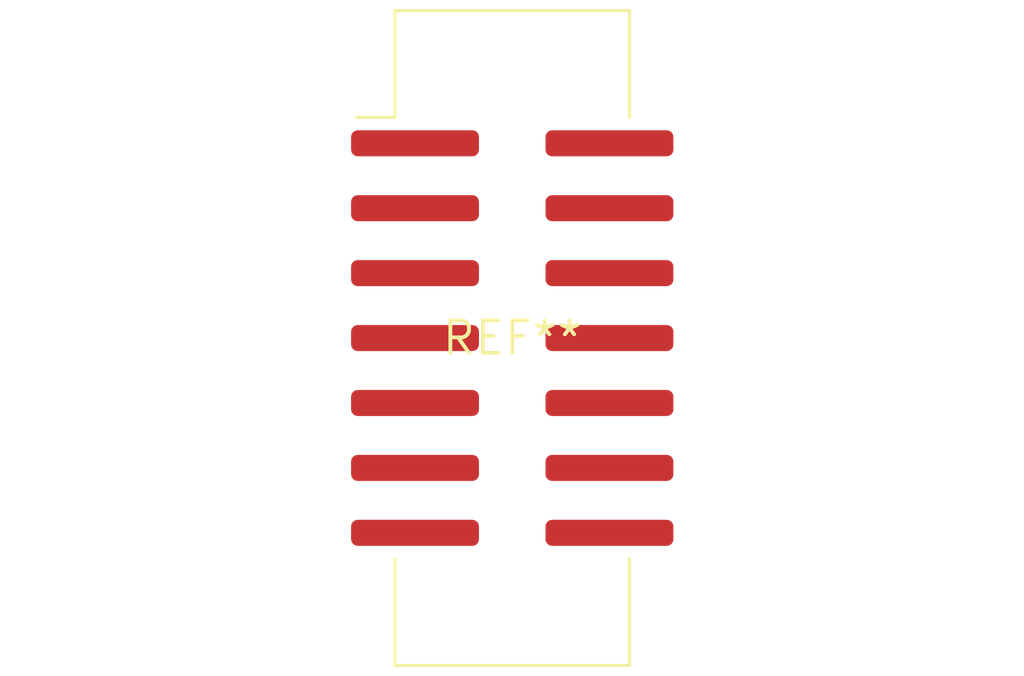
<source format=kicad_pcb>
(kicad_pcb (version 20240108) (generator pcbnew)
  (layers (0 "F.Cu" signal) (31 "B.Cu" signal) (34 "B.Paste" user) (35 "F.Paste" user) (36 "B.SilkS" user "B.Silkscreen") (37 "F.SilkS" user "F.Silkscreen") (38 "B.Mask" user) (39 "F.Mask" user) (44 "Edge.Cuts" user))
  (net 0 "")
  (footprint "IDC-Header_2x07_P2.54mm_Vertical_SMD" (layer "F.Cu") (at 0 0)
    (property "Reference" "REF**")
    (property "Value" "IDC-Header_2x07_P2.54mm_Vertical_SMD")
    (fp_line (start -4.585 -12.81) (end 4.585 -12.81) (layer "F.SilkS") (stroke (width 0.12)))
    (fp_line (start -4.585 -8.63) (end -6.085 -8.63) (layer "F.SilkS") (stroke (width 0.12)))
    (fp_line (start -4.585 -8.63) (end -4.585 -12.81) (layer "F.SilkS") (stroke (width 0.12)))
    (fp_line (start -4.585 8.63) (end -4.585 12.81) (layer "F.SilkS") (stroke (width 0.12)))
    (fp_line (start -4.585 12.81) (end 4.585 12.81) (layer "F.SilkS") (stroke (width 0.12)))
    (fp_line (start 4.585 -12.81) (end 4.585 -8.63) (layer "F.SilkS") (stroke (width 0.12)))
    (fp_line (start 4.585 12.81) (end 4.585 8.63) (layer "F.SilkS") (stroke (width 0.12)))
    (pad "1" smd roundrect (at -3.8 -7.62) (size 5 1.02) (layers "F.Cu" "F.Paste" "F.Mask"))
    (pad "2" smd roundrect (at 3.8 -7.62) (size 5 1.02) (layers "F.Cu" "F.Paste" "F.Mask"))
    (pad "3" smd roundrect (at -3.8 -5.08) (size 5 1.02) (layers "F.Cu" "F.Paste" "F.Mask"))
    (pad "4" smd roundrect (at 3.8 -5.08) (size 5 1.02) (layers "F.Cu" "F.Paste" "F.Mask"))
    (pad "5" smd roundrect (at -3.8 -2.54) (size 5 1.02) (layers "F.Cu" "F.Paste" "F.Mask"))
    (pad "6" smd roundrect (at 3.8 -2.54) (size 5 1.02) (layers "F.Cu" "F.Paste" "F.Mask"))
    (pad "7" smd roundrect (at -3.8 0) (size 5 1.02) (layers "F.Cu" "F.Paste" "F.Mask"))
    (pad "8" smd roundrect (at 3.8 0) (size 5 1.02) (layers "F.Cu" "F.Paste" "F.Mask"))
    (pad "9" smd roundrect (at -3.8 2.54) (size 5 1.02) (layers "F.Cu" "F.Paste" "F.Mask"))
    (pad "10" smd roundrect (at 3.8 2.54) (size 5 1.02) (layers "F.Cu" "F.Paste" "F.Mask"))
    (pad "11" smd roundrect (at -3.8 5.08) (size 5 1.02) (layers "F.Cu" "F.Paste" "F.Mask"))
    (pad "12" smd roundrect (at 3.8 5.08) (size 5 1.02) (layers "F.Cu" "F.Paste" "F.Mask"))
    (pad "13" smd roundrect (at -3.8 7.62) (size 5 1.02) (layers "F.Cu" "F.Paste" "F.Mask"))
    (pad "14" smd roundrect (at 3.8 7.62) (size 5 1.02) (layers "F.Cu" "F.Paste" "F.Mask"))
  )
)
</source>
